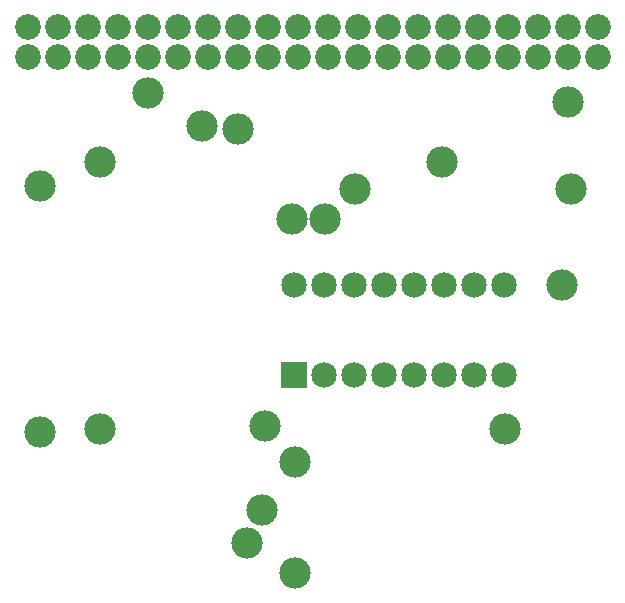
<source format=gbs>
G04 MADE WITH FRITZING*
G04 WWW.FRITZING.ORG*
G04 DOUBLE SIDED*
G04 HOLES PLATED*
G04 CONTOUR ON CENTER OF CONTOUR VECTOR*
%ASAXBY*%
%FSLAX23Y23*%
%MOIN*%
%OFA0B0*%
%SFA1.0B1.0*%
%ADD10C,0.085000*%
%ADD11C,0.104488*%
%ADD12C,0.085361*%
%ADD13R,0.085000X0.085000*%
%LNMASK0*%
G90*
G70*
G54D10*
X989Y984D03*
X989Y1284D03*
X1089Y984D03*
X1089Y1284D03*
X1189Y984D03*
X1189Y1284D03*
X1289Y984D03*
X1289Y1284D03*
X1389Y984D03*
X1389Y1284D03*
X1489Y984D03*
X1489Y1284D03*
X1589Y984D03*
X1589Y1284D03*
X1689Y984D03*
X1689Y1284D03*
G54D11*
X980Y1505D03*
X500Y1925D03*
X1910Y1605D03*
X990Y325D03*
X1900Y1895D03*
X800Y1805D03*
X1190Y1605D03*
X140Y1615D03*
X140Y795D03*
X1480Y1695D03*
X340Y1695D03*
X340Y805D03*
X880Y535D03*
X830Y425D03*
G54D12*
X100Y2045D03*
X200Y2045D03*
X300Y2045D03*
X400Y2045D03*
X500Y2045D03*
X600Y2045D03*
X700Y2045D03*
X800Y2045D03*
X900Y2045D03*
X1000Y2045D03*
X1100Y2045D03*
X1200Y2045D03*
X1300Y2045D03*
X1400Y2045D03*
X1500Y2045D03*
X1600Y2045D03*
X1700Y2045D03*
X1800Y2045D03*
X1900Y2045D03*
X2000Y2045D03*
X2000Y2145D03*
X1900Y2145D03*
X1800Y2145D03*
X1700Y2145D03*
X1600Y2145D03*
X1500Y2145D03*
X1400Y2145D03*
X1300Y2145D03*
X1200Y2145D03*
X1100Y2145D03*
X1000Y2145D03*
X900Y2145D03*
X800Y2145D03*
X700Y2145D03*
X600Y2145D03*
X500Y2145D03*
X400Y2145D03*
X300Y2145D03*
X200Y2145D03*
X100Y2145D03*
G54D11*
X1090Y1505D03*
X1690Y805D03*
X890Y815D03*
X990Y695D03*
X680Y1815D03*
X1880Y1285D03*
G54D13*
X989Y984D03*
G04 End of Mask0*
M02*
</source>
